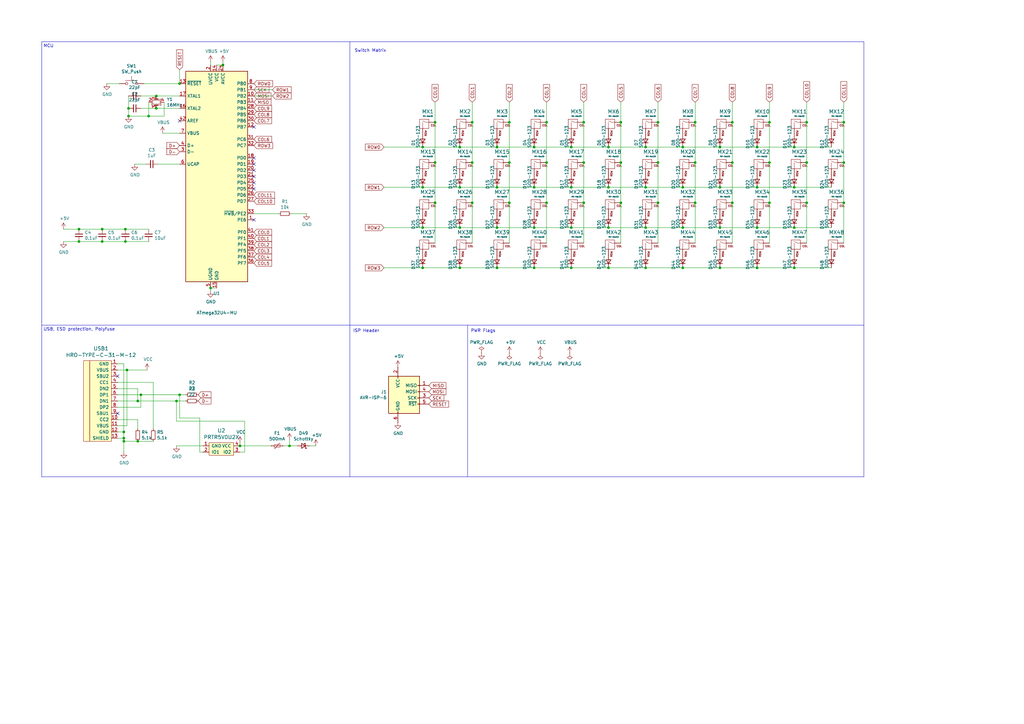
<source format=kicad_sch>
(kicad_sch (version 20230121) (generator eeschema)
  (paper "A3")
  (title_block (date "2020-03-15"))
  (junction (at 224.155 83.185))
  (junction (at 254.635 66.675))
  (junction (at 280.035 109.855))
  (junction (at 51.435 99.06))
  (junction (at 173.355 60.325))
  (junction (at 208.915 83.185))
  (junction (at 310.515 93.345))
  (junction (at 325.755 93.345))
  (junction (at 118.745 182.88))
  (junction (at 285.115 50.165))
  (junction (at 51.435 93.98))
  (junction (at 208.915 50.165))
  (junction (at 173.355 93.345))
  (junction (at 173.355 76.835))
  (junction (at 254.635 50.165))
  (junction (at 249.555 60.325))
  (junction (at 73.66 34.29))
  (junction (at 264.795 76.835))
  (junction (at 193.675 66.675))
  (junction (at 264.795 93.345))
  (junction (at 178.435 50.165))
  (junction (at 325.755 60.325))
  (junction (at 234.315 109.855))
  (junction (at 203.835 60.325))
  (junction (at 178.435 66.675))
  (junction (at 193.675 50.165))
  (junction (at 32.385 99.06))
  (junction (at 300.355 66.675))
  (junction (at 50.8 180.975))
  (junction (at 280.035 93.345))
  (junction (at 234.315 60.325))
  (junction (at 234.315 76.835))
  (junction (at 178.435 83.185))
  (junction (at 249.555 93.345))
  (junction (at 346.075 50.165))
  (junction (at 300.355 50.165))
  (junction (at 188.595 93.345))
  (junction (at 280.035 60.325))
  (junction (at 188.595 60.325))
  (junction (at 219.075 109.855))
  (junction (at 52.07 151.765))
  (junction (at 56.515 164.465))
  (junction (at 208.915 66.675))
  (junction (at 73.66 161.925))
  (junction (at 219.075 76.835))
  (junction (at 239.395 50.165))
  (junction (at 57.785 161.925))
  (junction (at 249.555 109.855))
  (junction (at 52.705 44.45))
  (junction (at 325.755 76.835))
  (junction (at 219.075 60.325))
  (junction (at 91.44 26.67))
  (junction (at 285.115 83.185))
  (junction (at 330.835 50.165))
  (junction (at 325.755 109.855))
  (junction (at 346.075 83.185))
  (junction (at 315.595 66.675))
  (junction (at 234.315 93.345))
  (junction (at 264.795 109.855))
  (junction (at 264.795 60.325))
  (junction (at 219.075 93.345))
  (junction (at 193.675 83.185))
  (junction (at 203.835 76.835))
  (junction (at 300.355 83.185))
  (junction (at 280.035 76.835))
  (junction (at 295.275 76.835))
  (junction (at 310.515 76.835))
  (junction (at 50.8 177.165))
  (junction (at 64.135 44.45))
  (junction (at 269.875 83.185))
  (junction (at 203.835 109.855))
  (junction (at 285.115 66.675))
  (junction (at 315.595 50.165))
  (junction (at 269.875 50.165))
  (junction (at 249.555 76.835))
  (junction (at 295.275 109.855))
  (junction (at 203.835 93.345))
  (junction (at 310.515 109.855))
  (junction (at 330.835 83.185))
  (junction (at 315.595 83.185))
  (junction (at 98.425 182.88))
  (junction (at 239.395 83.185))
  (junction (at 41.91 99.06))
  (junction (at 310.515 60.325))
  (junction (at 254.635 83.185))
  (junction (at 295.275 93.345))
  (junction (at 188.595 76.835))
  (junction (at 32.385 93.98))
  (junction (at 64.135 39.37))
  (junction (at 239.395 66.675))
  (junction (at 50.8 179.705))
  (junction (at 86.36 118.11))
  (junction (at 173.355 109.855))
  (junction (at 295.275 60.325))
  (junction (at 41.91 93.98))
  (junction (at 56.515 180.975))
  (junction (at 330.835 66.675))
  (junction (at 269.875 66.675))
  (junction (at 224.155 50.165))
  (junction (at 60.96 47.625))
  (junction (at 346.075 66.675))
  (junction (at 72.39 164.465))
  (junction (at 52.705 47.625))
  (junction (at 188.595 109.855))
  (junction (at 224.155 66.675))
  (no_connect (at 104.14 67.31))
  (no_connect (at 48.26 154.305))
  (no_connect (at 73.66 49.53))
  (no_connect (at 104.14 74.93))
  (no_connect (at 104.14 64.77))
  (no_connect (at 104.14 69.85))
  (no_connect (at 104.14 72.39))
  (no_connect (at 104.14 52.07))
  (no_connect (at 48.26 169.545))
  (no_connect (at 104.14 90.17))
  (no_connect (at 104.14 77.47))
  (wire (pts (xy 86.36 25.4) (xy 86.36 26.67)))
  (wire (pts (xy 330.835 83.185) (xy 330.835 99.695)))
  (wire (pts (xy 48.26 159.385) (xy 56.515 159.385)))
  (wire (pts (xy 67.31 41.91) (xy 67.31 47.625)))
  (wire (pts (xy 48.26 177.165) (xy 50.8 177.165)))
  (wire (pts (xy 26.035 99.06) (xy 32.385 99.06)))
  (wire (pts (xy 280.035 76.835) (xy 264.795 76.835)))
  (wire (pts (xy 310.515 60.325) (xy 295.275 60.325)))
  (wire (pts (xy 86.36 119.38) (xy 86.36 118.11)))
  (wire (pts (xy 269.875 83.185) (xy 269.875 99.695)))
  (wire (pts (xy 234.315 93.345) (xy 249.555 93.345)))
  (wire (pts (xy 249.555 76.835) (xy 264.795 76.835)))
  (wire (pts (xy 249.555 60.325) (xy 264.795 60.325)))
  (wire (pts (xy 50.8 149.225) (xy 48.26 149.225)))
  (wire (pts (xy 57.785 161.925) (xy 48.26 161.925)))
  (wire (pts (xy 91.44 25.4) (xy 91.44 26.67)))
  (wire (pts (xy 125.73 87.63) (xy 119.38 87.63)))
  (wire (pts (xy 269.875 66.675) (xy 269.875 83.185)))
  (wire (pts (xy 193.675 41.91) (xy 193.675 50.165)))
  (wire (pts (xy 118.745 180.34) (xy 118.745 182.88)))
  (wire (pts (xy 224.155 50.165) (xy 224.155 66.675)))
  (wire (pts (xy 188.595 60.325) (xy 173.355 60.325)))
  (wire (pts (xy 325.755 60.325) (xy 310.515 60.325)))
  (wire (pts (xy 188.595 109.855) (xy 173.355 109.855)))
  (wire (pts (xy 208.915 41.91) (xy 208.915 50.165)))
  (wire (pts (xy 208.915 83.185) (xy 208.915 99.695)))
  (wire (pts (xy 60.96 47.625) (xy 60.96 41.91)))
  (wire (pts (xy 55.245 67.31) (xy 59.69 67.31)))
  (wire (pts (xy 346.075 66.675) (xy 346.075 83.185)))
  (wire (pts (xy 50.8 180.975) (xy 50.8 185.42)))
  (wire (pts (xy 178.435 66.675) (xy 178.435 83.185)))
  (wire (pts (xy 310.515 93.345) (xy 295.275 93.345)))
  (wire (pts (xy 50.8 179.705) (xy 48.26 179.705)))
  (wire (pts (xy 72.39 164.465) (xy 56.515 164.465)))
  (wire (pts (xy 254.635 50.165) (xy 254.635 66.675)))
  (wire (pts (xy 224.155 41.91) (xy 224.155 50.165)))
  (wire (pts (xy 52.705 47.625) (xy 60.96 47.625)))
  (wire (pts (xy 76.2 164.465) (xy 72.39 164.465)))
  (wire (pts (xy 98.425 182.88) (xy 111.125 182.88)))
  (wire (pts (xy 280.035 60.325) (xy 264.795 60.325)))
  (wire (pts (xy 52.07 174.625) (xy 48.26 174.625)))
  (wire (pts (xy 104.14 36.83) (xy 111.76 36.83)))
  (wire (pts (xy 203.835 109.855) (xy 188.595 109.855)))
  (wire (pts (xy 52.07 151.765) (xy 60.325 151.765)))
  (wire (pts (xy 50.8 179.705) (xy 50.8 180.975)))
  (polyline (pts (xy 354.33 17.145) (xy 354.33 195.58)))
  (wire (pts (xy 188.595 76.835) (xy 173.355 76.835)))
  (wire (pts (xy 41.91 93.98) (xy 51.435 93.98)))
  (wire (pts (xy 346.075 41.91) (xy 346.075 50.165)))
  (wire (pts (xy 59.055 34.29) (xy 73.66 34.29)))
  (wire (pts (xy 315.595 83.185) (xy 315.595 99.695)))
  (wire (pts (xy 62.865 180.975) (xy 56.515 180.975)))
  (wire (pts (xy 203.835 93.345) (xy 188.595 93.345)))
  (wire (pts (xy 56.515 172.085) (xy 48.26 172.085)))
  (polyline (pts (xy 17.145 195.58) (xy 354.33 195.58)))
  (wire (pts (xy 193.675 66.675) (xy 193.675 83.185)))
  (wire (pts (xy 178.435 50.165) (xy 178.435 66.675)))
  (wire (pts (xy 254.635 83.185) (xy 254.635 99.695)))
  (wire (pts (xy 178.435 83.185) (xy 178.435 99.695)))
  (polyline (pts (xy 17.145 17.145) (xy 17.145 195.58)))
  (wire (pts (xy 50.8 177.165) (xy 50.8 149.225)))
  (wire (pts (xy 203.835 60.325) (xy 188.595 60.325)))
  (wire (pts (xy 295.275 93.345) (xy 280.035 93.345)))
  (wire (pts (xy 340.995 60.325) (xy 325.755 60.325)))
  (wire (pts (xy 56.515 164.465) (xy 48.26 164.465)))
  (wire (pts (xy 224.155 83.185) (xy 224.155 99.695)))
  (wire (pts (xy 300.355 50.165) (xy 300.355 66.675)))
  (wire (pts (xy 73.66 161.925) (xy 76.2 161.925)))
  (wire (pts (xy 269.875 50.165) (xy 269.875 66.675)))
  (wire (pts (xy 32.385 99.06) (xy 41.91 99.06)))
  (wire (pts (xy 41.91 99.06) (xy 51.435 99.06)))
  (wire (pts (xy 173.355 60.325) (xy 157.48 60.325)))
  (wire (pts (xy 81.915 171.45) (xy 81.915 185.42)))
  (wire (pts (xy 239.395 50.165) (xy 239.395 66.675)))
  (wire (pts (xy 285.115 50.165) (xy 285.115 66.675)))
  (wire (pts (xy 81.915 185.42) (xy 83.185 185.42)))
  (wire (pts (xy 51.435 93.98) (xy 60.96 93.98)))
  (wire (pts (xy 285.115 41.91) (xy 285.115 50.165)))
  (wire (pts (xy 121.92 182.88) (xy 118.745 182.88)))
  (wire (pts (xy 111.76 39.37) (xy 104.14 39.37)))
  (wire (pts (xy 72.39 182.88) (xy 83.185 182.88)))
  (wire (pts (xy 330.835 66.675) (xy 330.835 83.185)))
  (wire (pts (xy 62.865 175.895) (xy 62.865 156.845)))
  (wire (pts (xy 178.435 41.91) (xy 178.435 50.165)))
  (wire (pts (xy 48.26 167.005) (xy 57.785 167.005)))
  (wire (pts (xy 98.425 181.61) (xy 98.425 182.88)))
  (wire (pts (xy 330.835 41.91) (xy 330.835 50.165)))
  (wire (pts (xy 234.315 109.855) (xy 249.555 109.855)))
  (polyline (pts (xy 17.145 133.35) (xy 354.33 133.35)))
  (wire (pts (xy 73.66 171.45) (xy 81.915 171.45)))
  (wire (pts (xy 280.035 109.855) (xy 264.795 109.855)))
  (polyline (pts (xy 143.51 17.145) (xy 143.51 195.58)))
  (polyline (pts (xy 17.145 17.145) (xy 354.33 17.145)))
  (wire (pts (xy 57.785 44.45) (xy 64.135 44.45)))
  (wire (pts (xy 173.355 76.835) (xy 157.48 76.835)))
  (wire (pts (xy 73.66 28.575) (xy 73.66 34.29)))
  (wire (pts (xy 285.115 83.185) (xy 285.115 99.695)))
  (wire (pts (xy 219.075 93.345) (xy 203.835 93.345)))
  (wire (pts (xy 43.815 34.29) (xy 48.895 34.29)))
  (wire (pts (xy 234.315 93.345) (xy 219.075 93.345)))
  (wire (pts (xy 315.595 66.675) (xy 315.595 83.185)))
  (wire (pts (xy 234.315 60.325) (xy 219.075 60.325)))
  (wire (pts (xy 208.915 50.165) (xy 208.915 66.675)))
  (wire (pts (xy 224.155 66.675) (xy 224.155 83.185)))
  (wire (pts (xy 325.755 109.855) (xy 310.515 109.855)))
  (wire (pts (xy 234.315 109.855) (xy 219.075 109.855)))
  (wire (pts (xy 188.595 93.345) (xy 173.355 93.345)))
  (wire (pts (xy 52.705 44.45) (xy 52.705 47.625)))
  (wire (pts (xy 114.3 87.63) (xy 104.14 87.63)))
  (wire (pts (xy 340.995 76.835) (xy 325.755 76.835)))
  (wire (pts (xy 219.075 76.835) (xy 203.835 76.835)))
  (wire (pts (xy 300.355 66.675) (xy 300.355 83.185)))
  (wire (pts (xy 300.355 83.185) (xy 300.355 99.695)))
  (wire (pts (xy 52.07 151.765) (xy 52.07 174.625)))
  (wire (pts (xy 249.555 93.345) (xy 264.795 93.345)))
  (wire (pts (xy 32.385 93.98) (xy 41.91 93.98)))
  (wire (pts (xy 73.66 161.925) (xy 73.66 171.45)))
  (wire (pts (xy 66.675 54.61) (xy 73.66 54.61)))
  (wire (pts (xy 129.54 182.88) (xy 127 182.88)))
  (wire (pts (xy 56.515 175.895) (xy 56.515 172.085)))
  (wire (pts (xy 310.515 109.855) (xy 295.275 109.855)))
  (wire (pts (xy 64.77 67.31) (xy 73.66 67.31)))
  (wire (pts (xy 52.705 39.37) (xy 52.705 44.45)))
  (wire (pts (xy 295.275 109.855) (xy 280.035 109.855)))
  (wire (pts (xy 346.075 50.165) (xy 346.075 66.675)))
  (wire (pts (xy 193.675 83.185) (xy 193.675 99.695)))
  (wire (pts (xy 57.785 161.925) (xy 73.66 161.925)))
  (wire (pts (xy 254.635 66.675) (xy 254.635 83.185)))
  (wire (pts (xy 239.395 83.185) (xy 239.395 99.695)))
  (wire (pts (xy 100.33 185.42) (xy 98.425 185.42)))
  (wire (pts (xy 340.995 93.345) (xy 325.755 93.345)))
  (wire (pts (xy 86.36 118.11) (xy 88.9 118.11)))
  (wire (pts (xy 249.555 109.855) (xy 264.795 109.855)))
  (wire (pts (xy 340.995 109.855) (xy 325.755 109.855)))
  (wire (pts (xy 310.515 76.835) (xy 295.275 76.835)))
  (wire (pts (xy 254.635 41.91) (xy 254.635 50.165)))
  (wire (pts (xy 300.355 41.91) (xy 300.355 50.165)))
  (wire (pts (xy 64.135 39.37) (xy 57.785 39.37)))
  (wire (pts (xy 67.31 47.625) (xy 60.96 47.625)))
  (wire (pts (xy 234.315 60.325) (xy 249.555 60.325)))
  (wire (pts (xy 325.755 93.345) (xy 310.515 93.345)))
  (wire (pts (xy 100.33 172.72) (xy 100.33 185.42)))
  (wire (pts (xy 239.395 66.675) (xy 239.395 83.185)))
  (wire (pts (xy 48.26 151.765) (xy 52.07 151.765)))
  (wire (pts (xy 62.865 156.845) (xy 48.26 156.845)))
  (wire (pts (xy 219.075 60.325) (xy 203.835 60.325)))
  (wire (pts (xy 208.915 66.675) (xy 208.915 83.185)))
  (wire (pts (xy 295.275 60.325) (xy 280.035 60.325)))
  (wire (pts (xy 234.315 76.835) (xy 249.555 76.835)))
  (wire (pts (xy 315.595 50.165) (xy 315.595 66.675)))
  (wire (pts (xy 280.035 93.345) (xy 264.795 93.345)))
  (wire (pts (xy 73.66 44.45) (xy 64.135 44.45)))
  (wire (pts (xy 239.395 41.91) (xy 239.395 50.165)))
  (wire (pts (xy 203.835 76.835) (xy 188.595 76.835)))
  (wire (pts (xy 234.315 76.835) (xy 219.075 76.835)))
  (wire (pts (xy 173.355 109.855) (xy 157.48 109.855)))
  (wire (pts (xy 57.785 167.005) (xy 57.785 161.925)))
  (wire (pts (xy 51.435 99.06) (xy 60.96 99.06)))
  (wire (pts (xy 72.39 172.72) (xy 100.33 172.72)))
  (wire (pts (xy 64.135 39.37) (xy 73.66 39.37)))
  (wire (pts (xy 26.035 93.98) (xy 32.385 93.98)))
  (wire (pts (xy 285.115 66.675) (xy 285.115 83.185)))
  (wire (pts (xy 118.745 182.88) (xy 116.205 182.88)))
  (wire (pts (xy 88.9 26.67) (xy 91.44 26.67)))
  (wire (pts (xy 295.275 76.835) (xy 280.035 76.835)))
  (wire (pts (xy 315.595 41.91) (xy 315.595 50.165)))
  (wire (pts (xy 346.075 83.185) (xy 346.075 99.695)))
  (wire (pts (xy 56.515 159.385) (xy 56.515 164.465)))
  (wire (pts (xy 325.755 76.835) (xy 310.515 76.835)))
  (wire (pts (xy 50.8 177.165) (xy 50.8 179.705)))
  (wire (pts (xy 330.835 50.165) (xy 330.835 66.675)))
  (wire (pts (xy 219.075 109.855) (xy 203.835 109.855)))
  (wire (pts (xy 269.875 41.91) (xy 269.875 50.165)))
  (wire (pts (xy 193.675 50.165) (xy 193.675 66.675)))
  (wire (pts (xy 56.515 180.975) (xy 50.8 180.975)))
  (wire (pts (xy 173.355 93.345) (xy 157.48 93.345)))
  (polyline (pts (xy 191.77 133.35) (xy 191.77 195.58)))
  (wire (pts (xy 72.39 164.465) (xy 72.39 172.72)))
  (text "Switch Matrix\n" (at 145.415 21.59 0) (effects (font (size 1.27 1.27)) (justify left bottom)))
  (text "PWR Flags" (at 193.04 136.525 0) (effects (font (size 1.27 1.27)) (justify left bottom)))
  (text "USB, ESD protection, Polyfuse" (at 17.78 135.89 0) (effects (font (size 1.27 1.27)) (justify left bottom)))
  (text "ISP Header\n" (at 144.78 136.525 0) (effects (font (size 1.27 1.27)) (justify left bottom)))
  (text "MCU\n" (at 17.78 19.685 0) (effects (font (size 1.27 1.27)) (justify left bottom)))
  (global_label "COL0" (shape input) (at 178.435 41.91 90) (property "Intersheetrefs" "${INTERSHEET_REFS}" (effects hide)))
  (global_label "COL5" (shape input) (at 254.635 41.91 90) (property "Intersheetrefs" "${INTERSHEET_REFS}" (effects hide)))
  (global_label "SCK" (shape input) (at 175.895 163.195 0) (property "Intersheetrefs" "${INTERSHEET_REFS}" (effects hide)))
  (global_label "COL11" (shape input) (at 346.075 41.91 90) (property "Intersheetrefs" "${INTERSHEET_REFS}" (effects hide)))
  (global_label "SCK" (shape input) (at 104.14 36.83 0) (property "Intersheetrefs" "${INTERSHEET_REFS}" (effects hide)))
  (global_label "D+" (shape input) (at 81.28 161.925 0) (property "Intersheetrefs" "${INTERSHEET_REFS}" (effects hide)))
  (global_label "COL2" (shape input) (at 208.915 41.91 90) (property "Intersheetrefs" "${INTERSHEET_REFS}" (effects hide)))
  (global_label "MOSI" (shape input) (at 104.14 39.37 0) (property "Intersheetrefs" "${INTERSHEET_REFS}" (effects hide)))
  (global_label "ROW0" (shape input) (at 157.48 60.325 180) (property "Intersheetrefs" "${INTERSHEET_REFS}" (effects hide)))
  (global_label "ROW3" (shape input) (at 104.14 59.69 0) (property "Intersheetrefs" "${INTERSHEET_REFS}" (effects hide)))
  (global_label "MOSI" (shape input) (at 175.895 160.655 0) (property "Intersheetrefs" "${INTERSHEET_REFS}" (effects hide)))
  (global_label "COL10" (shape input) (at 330.835 41.91 90) (property "Intersheetrefs" "${INTERSHEET_REFS}" (effects hide)))
  (global_label "ROW3" (shape input) (at 157.48 109.855 180) (property "Intersheetrefs" "${INTERSHEET_REFS}" (effects hide)))
  (global_label "D+" (shape input) (at 73.66 59.69 180) (property "Intersheetrefs" "${INTERSHEET_REFS}" (effects hide)))
  (global_label "COL3" (shape input) (at 224.155 41.91 90) (property "Intersheetrefs" "${INTERSHEET_REFS}" (effects hide)))
  (global_label "COL5" (shape input) (at 104.14 107.95 0) (property "Intersheetrefs" "${INTERSHEET_REFS}" (effects hide)))
  (global_label "COL4" (shape input) (at 239.395 41.91 90) (property "Intersheetrefs" "${INTERSHEET_REFS}" (effects hide)))
  (global_label "D-" (shape input) (at 81.28 164.465 0) (property "Intersheetrefs" "${INTERSHEET_REFS}" (effects hide)))
  (global_label "COL4" (shape input) (at 104.14 105.41 0) (property "Intersheetrefs" "${INTERSHEET_REFS}" (effects hide)))
  (global_label "COL11" (shape input) (at 104.14 80.01 0) (property "Intersheetrefs" "${INTERSHEET_REFS}" (effects hide)))
  (global_label "COL2" (shape input) (at 104.14 100.33 0) (property "Intersheetrefs" "${INTERSHEET_REFS}" (effects hide)))
  (global_label "COL8" (shape input) (at 300.355 41.91 90) (property "Intersheetrefs" "${INTERSHEET_REFS}" (effects hide)))
  (global_label "ROW1" (shape input) (at 111.76 36.83 0) (property "Intersheetrefs" "${INTERSHEET_REFS}" (effects hide)))
  (global_label "COL7" (shape input) (at 104.14 49.53 0) (property "Intersheetrefs" "${INTERSHEET_REFS}" (effects hide)))
  (global_label "COL10" (shape input) (at 104.14 82.55 0) (property "Intersheetrefs" "${INTERSHEET_REFS}" (effects hide)))
  (global_label "ROW2" (shape input) (at 157.48 93.345 180) (property "Intersheetrefs" "${INTERSHEET_REFS}" (effects hide)))
  (global_label "COL1" (shape input) (at 193.675 41.91 90) (property "Intersheetrefs" "${INTERSHEET_REFS}" (effects hide)))
  (global_label "RESET" (shape input) (at 73.66 28.575 90) (property "Intersheetrefs" "${INTERSHEET_REFS}" (effects hide)))
  (global_label "COL6" (shape input) (at 104.14 57.15 0) (property "Intersheetrefs" "${INTERSHEET_REFS}" (effects hide)))
  (global_label "MISO" (shape input) (at 175.895 158.115 0) (property "Intersheetrefs" "${INTERSHEET_REFS}" (effects hide)))
  (global_label "COL9" (shape input) (at 104.14 44.45 0) (property "Intersheetrefs" "${INTERSHEET_REFS}" (effects hide)))
  (global_label "COL8" (shape input) (at 104.14 46.99 0) (property "Intersheetrefs" "${INTERSHEET_REFS}" (effects hide)))
  (global_label "D-" (shape input) (at 73.66 62.23 180) (property "Intersheetrefs" "${INTERSHEET_REFS}" (effects hide)))
  (global_label "RESET" (shape input) (at 175.895 165.735 0) (property "Intersheetrefs" "${INTERSHEET_REFS}" (effects hide)))
  (global_label "ROW2" (shape input) (at 111.76 39.37 0) (property "Intersheetrefs" "${INTERSHEET_REFS}" (effects hide)))
  (global_label "COL3" (shape input) (at 104.14 102.87 0) (property "Intersheetrefs" "${INTERSHEET_REFS}" (effects hide)))
  (global_label "MISO" (shape input) (at 104.14 41.91 0) (property "Intersheetrefs" "${INTERSHEET_REFS}" (effects hide)))
  (global_label "ROW1" (shape input) (at 157.48 76.835 180) (property "Intersheetrefs" "${INTERSHEET_REFS}" (effects hide)))
  (global_label "COL1" (shape input) (at 104.14 97.79 0) (property "Intersheetrefs" "${INTERSHEET_REFS}" (effects hide)))
  (global_label "COL0" (shape input) (at 104.14 95.25 0) (property "Intersheetrefs" "${INTERSHEET_REFS}" (effects hide)))
  (global_label "COL6" (shape input) (at 269.875 41.91 90) (property "Intersheetrefs" "${INTERSHEET_REFS}" (effects hide)))
  (global_label "COL7" (shape input) (at 285.115 41.91 90) (property "Intersheetrefs" "${INTERSHEET_REFS}" (effects hide)))
  (global_label "COL9" (shape input) (at 315.595 41.91 90) (property "Intersheetrefs" "${INTERSHEET_REFS}" (effects hide)))
  (global_label "ROW0" (shape input) (at 104.14 34.29 0) (property "Intersheetrefs" "${INTERSHEET_REFS}" (effects hide)))
  (symbol (lib_id "cornelius-rescue:ATmega32U4-MU-MCU_Microchip_ATmega-Orbit-rescue-corne-plus-rescue") (at 88.9 72.39 0) (unit 1)
    (property "Reference" "U1" (at 88.9 120.2944 0))
    (property "Value" "ATmega32U4-MU" (at 88.9 128.27 0))
    (property "Footprint" "Housings_DFN_QFN:QFN-44-1EP_7x7mm_Pitch0.5mm" (effects hide))
    (property "Datasheet" "http://ww1.microchip.com/downloads/en/DeviceDoc/Atmel-7766-8-bit-AVR-ATmega16U4-32U4_Datasheet.pdf" (effects hide))
  )
  (symbol (lib_id "power:+5V") (at 91.44 25.4 0) (unit 1)
    (property "Reference" "#PWR02" (effects hide))
    (property "Value" "+5V" (at 91.821 21.0058 0))
  )
  (symbol (lib_id "power:GND") (at 86.36 119.38 0) (unit 1)
    (property "Reference" "#PWR010" (effects hide))
    (property "Value" "GND" (at 86.487 123.7742 0))
  )
  (symbol (lib_id "Device:R_Small") (at 116.84 87.63 270) (unit 1)
    (property "Reference" "R1" (at 116.84 82.6516 90))
    (property "Value" "10k" (at 116.84 84.963 90))
    (property "Footprint" "Resistor_SMD:R_0805_2012Metric" (effects hide))
  )
  (symbol (lib_id "power:GND") (at 125.73 87.63 0) (unit 1)
    (property "Reference" "#PWR07" (effects hide))
    (property "Value" "GND" (at 125.857 92.0242 0))
  )
  (symbol (lib_id "Switch:SW_Push") (at 53.975 34.29 0) (unit 1)
    (property "Reference" "SW1" (at 53.975 27.051 0))
    (property "Value" "SW_Push" (at 53.975 29.3624 0))
    (property "Footprint" "locallib:SKQGADE010" (effects hide))
  )
  (symbol (lib_id "power:GND") (at 43.815 34.29 0) (unit 1)
    (property "Reference" "#PWR03" (effects hide))
    (property "Value" "GND" (at 43.942 38.6842 0))
  )
  (symbol (lib_id "cornelius-rescue:Crystal_GND24_Small-Device-Orbit-rescue-corne-plus-rescue") (at 64.135 41.91 270) (unit 1)
    (property "Reference" "Y1" (at 68.3514 40.7416 90) (effects (justify left)))
    (property "Value" "16MHz" (at 68.3514 43.053 90) (effects (justify left)))
    (property "Footprint" "Crystal:Crystal_SMD_3225-4Pin_3.2x2.5mm" (effects hide))
  )
  (symbol (lib_id "Device:C_Small") (at 55.245 39.37 270) (unit 1)
    (property "Reference" "C1" (at 55.245 33.5534 90))
    (property "Value" "22pF" (at 55.245 35.8648 90))
    (property "Footprint" "Capacitor_SMD:C_0603_1608Metric" (effects hide))
  )
  (symbol (lib_id "Device:C_Small") (at 55.245 44.45 270) (unit 1)
    (property "Reference" "C2" (at 55.245 38.6334 90))
    (property "Value" "22pF" (at 55.245 40.9448 90))
    (property "Footprint" "Capacitor_SMD:C_0603_1608Metric" (effects hide))
  )
  (symbol (lib_id "power:GND") (at 52.705 47.625 0) (unit 1)
    (property "Reference" "#PWR04" (effects hide))
    (property "Value" "GND" (at 52.832 52.0192 0))
  )
  (symbol (lib_id "Device:C_Small") (at 62.23 67.31 270) (unit 1)
    (property "Reference" "C3" (at 62.23 61.4934 90))
    (property "Value" "1uF" (at 62.23 63.8048 90))
    (property "Footprint" "Capacitor_SMD:C_0603_1608Metric" (effects hide))
  )
  (symbol (lib_id "power:GND") (at 55.245 67.31 0) (unit 1)
    (property "Reference" "#PWR06" (effects hide))
    (property "Value" "GND" (at 55.372 71.7042 0))
  )
  (symbol (lib_id "Device:C_Small") (at 32.385 96.52 0) (unit 1)
    (property "Reference" "C4" (at 34.7218 95.3516 0) (effects (justify left)))
    (property "Value" "0.1uF" (at 34.7218 97.663 0) (effects (justify left)))
    (property "Footprint" "Capacitor_SMD:C_0603_1608Metric" (effects hide))
  )
  (symbol (lib_id "Device:C_Small") (at 41.91 96.52 0) (unit 1)
    (property "Reference" "C5" (at 44.2468 95.3516 0) (effects (justify left)))
    (property "Value" "0.1uF" (at 44.2468 97.663 0) (effects (justify left)))
    (property "Footprint" "Capacitor_SMD:C_0603_1608Metric" (effects hide))
  )
  (symbol (lib_id "Device:C_Small") (at 51.435 96.52 0) (unit 1)
    (property "Reference" "C6" (at 53.7718 95.3516 0) (effects (justify left)))
    (property "Value" "0.1uF" (at 53.7718 97.663 0) (effects (justify left)))
    (property "Footprint" "Capacitor_SMD:C_0603_1608Metric" (effects hide))
  )
  (symbol (lib_id "Device:C_Small") (at 60.96 96.52 0) (unit 1)
    (property "Reference" "C7" (at 63.2968 95.3516 0) (effects (justify left)))
    (property "Value" "10uF" (at 63.2968 97.663 0) (effects (justify left)))
    (property "Footprint" "Capacitor_SMD:C_0603_1608Metric" (effects hide))
  )
  (symbol (lib_id "power:+5V") (at 26.035 93.98 0) (unit 1)
    (property "Reference" "#PWR08" (effects hide))
    (property "Value" "+5V" (at 26.416 89.5858 0))
  )
  (symbol (lib_id "power:GND") (at 26.035 99.06 0) (unit 1)
    (property "Reference" "#PWR09" (effects hide))
    (property "Value" "GND" (at 26.162 103.4542 0))
  )
  (symbol (lib_id "cornelius-rescue:AVR-ISP-6-Connector") (at 165.735 163.195 0) (unit 1)
    (property "Reference" "J1" (at 158.623 160.7566 0) (effects (justify right)))
    (property "Value" "AVR-ISP-6" (at 158.623 163.068 0) (effects (justify right)))
    (property "Footprint" "Molex-0548190589:Reset_Pretty-Mask" (effects hide))
    (property "Datasheet" " ~" (effects hide))
  )
  (symbol (lib_id "power:+5V") (at 163.195 150.495 0) (unit 1)
    (property "Reference" "#PWR015" (effects hide))
    (property "Value" "+5V" (at 163.576 146.1008 0))
  )
  (symbol (lib_id "power:GND") (at 163.195 173.355 0) (unit 1)
    (property "Reference" "#PWR017" (effects hide))
    (property "Value" "GND" (at 163.322 177.7492 0))
  )
  (symbol (lib_id "cornelius-rescue:HRO-TYPE-C-31-M-12-Type-C") (at 45.72 163.195 0) (unit 1)
    (property "Reference" "USB1" (at 41.4274 142.9512 0) (effects (font (size 1.524 1.524))))
    (property "Value" "HRO-TYPE-C-31-M-12" (at 41.4274 145.6436 0) (effects (font (size 1.524 1.524))))
    (property "Footprint" "Type-C:HRO-TYPE-C-31-M-12-Assembly" (effects hide))
  )
  (symbol (lib_id "power:GND") (at 50.8 185.42 0) (unit 1)
    (property "Reference" "#PWR022" (effects hide))
    (property "Value" "GND" (at 50.927 189.8142 0))
  )
  (symbol (lib_id "power:VCC") (at 60.325 151.765 0) (unit 1)
    (property "Reference" "#PWR016" (effects hide))
    (property "Value" "VCC" (at 60.7568 147.3708 0))
  )
  (symbol (lib_id "Device:R_Small") (at 56.515 178.435 0) (unit 1)
    (property "Reference" "R4" (at 58.0136 177.2666 0) (effects (justify left)))
    (property "Value" "5.1k" (at 58.0136 179.578 0) (effects (justify left)))
    (property "Footprint" "Resistor_SMD:R_0805_2012Metric" (effects hide))
  )
  (symbol (lib_id "Device:R_Small") (at 62.865 178.435 0) (unit 1)
    (property "Reference" "R5" (at 64.3636 177.2666 0) (effects (justify left)))
    (property "Value" "5.1k" (at 64.3636 179.578 0) (effects (justify left)))
    (property "Footprint" "Resistor_SMD:R_0805_2012Metric" (effects hide))
  )
  (symbol (lib_id "Device:R_Small") (at 78.74 161.925 270) (unit 1)
    (property "Reference" "R2" (at 78.74 156.9466 90))
    (property "Value" "22" (at 78.74 159.258 90))
    (property "Footprint" "Resistor_SMD:R_0805_2012Metric" (effects hide))
  )
  (symbol (lib_id "Device:R_Small") (at 78.74 164.465 270) (unit 1)
    (property "Reference" "R3" (at 78.74 159.4866 90))
    (property "Value" "22" (at 78.74 161.798 90))
    (property "Footprint" "Resistor_SMD:R_0805_2012Metric" (effects hide))
  )
  (symbol (lib_id "cornelius-rescue:PRTR5V0U2X-ai03-locallib") (at 90.805 184.15 0) (unit 1)
    (property "Reference" "U2" (at 90.805 176.6062 0) (effects (font (size 1.524 1.524))))
    (property "Value" "PRTR5V0U2X" (at 90.805 179.2986 0) (effects (font (size 1.524 1.524))))
    (property "Footprint" "locallib:SOT143B" (effects hide))
  )
  (symbol (lib_id "power:GND") (at 72.39 182.88 0) (unit 1)
    (property "Reference" "#PWR020" (effects hide))
    (property "Value" "GND" (at 72.517 187.2742 0))
  )
  (symbol (lib_id "power:VCC") (at 98.425 181.61 0) (unit 1)
    (property "Reference" "#PWR019" (effects hide))
    (property "Value" "VCC" (at 98.8568 177.2158 0))
  )
  (symbol (lib_id "Device:Polyfuse_Small") (at 113.665 182.88 270) (unit 1)
    (property "Reference" "F1" (at 113.665 177.673 90))
    (property "Value" "500mA" (at 113.665 179.9844 90))
    (property "Footprint" "Fuse:Fuse_1206_3216Metric" (effects hide))
  )
  (symbol (lib_id "power:+5V") (at 129.54 182.88 0) (unit 1)
    (property "Reference" "#PWR021" (effects hide))
    (property "Value" "+5V" (at 129.921 178.4858 0))
  )
  (symbol (lib_id "Device:D_Small") (at 173.355 57.785 90) (unit 1)
    (property "Reference" "D1" (at 169.545 57.15 0) (effects (justify right)))
    (property "Value" "SOD-123" (at 171.45 51.435 0) (effects (justify right)))
    (property "Footprint" "Diode_SMD:D_SOD-123" (effects hide))
  )
  (symbol (lib_id "power:VBUS") (at 86.36 25.4 0) (unit 1)
    (property "Reference" "#PWR01" (effects hide))
    (property "Value" "VBUS" (at 86.741 21.0058 0))
  )
  (symbol (lib_id "power:VBUS") (at 66.675 54.61 0) (unit 1)
    (property "Reference" "#PWR05" (effects hide))
    (property "Value" "VBUS" (at 67.056 50.2158 0))
  )
  (symbol (lib_id "Device:D_Schottky_Small") (at 124.46 182.88 180) (unit 1)
    (property "Reference" "D49" (at 124.46 177.673 0))
    (property "Value" "Schottky" (at 124.46 179.9844 0))
    (property "Footprint" "Diode_SMD:D_SOD-123" (effects hide))
  )
  (symbol (lib_id "power:VBUS") (at 118.745 180.34 0) (unit 1)
    (property "Reference" "#PWR018" (effects hide))
    (property "Value" "VBUS" (at 119.126 175.9458 0))
  )
  (symbol (lib_id "MX_Alps_Hybrid:MX-NoLED") (at 174.625 100.965 0) (unit 1)
    (property "Reference" "MX37" (at 175.4632 95.3008 0) (effects (font (size 1.524 1.524))))
    (property "Value" "MX-NoLED" (at 175.4632 97.1804 0) (effects (font (size 0.508 0.508))))
    (property "Footprint" "MX_Only:MXOnly-1U-Hotswap" (effects hide))
  )
  (symbol (lib_id "MX_Alps_Hybrid:MX-NoLED") (at 189.865 100.965 0) (unit 1)
    (property "Reference" "MX38" (at 190.7032 95.3008 0) (effects (font (size 1.524 1.524))))
    (property "Value" "MX-NoLED" (at 190.7032 97.1804 0) (effects (font (size 0.508 0.508))))
    (property "Footprint" "MX_Only:MXOnly-1U-Hotswap" (effects hide))
  )
  (symbol (lib_id "MX_Alps_Hybrid:MX-NoLED") (at 205.105 100.965 0) (unit 1)
    (property "Reference" "MX39" (at 205.9432 95.3008 0) (effects (font (size 1.524 1.524))))
    (property "Value" "MX-NoLED" (at 205.9432 97.1804 0) (effects (font (size 0.508 0.508))))
    (property "Footprint" "MX_Only:MXOnly-1U-Hotswap" (effects hide))
  )
  (symbol (lib_id "Device:D_Small") (at 173.355 107.315 90) (unit 1)
    (property "Reference" "D37" (at 169.545 106.68 0) (effects (justify right)))
    (property "Value" "SOD-123" (at 171.45 100.965 0) (effects (justify right)))
    (property "Footprint" "Diode_SMD:D_SOD-123" (effects hide))
  )
  (symbol (lib_id "Device:D_Small") (at 188.595 107.315 90) (unit 1)
    (property "Reference" "D38" (at 184.785 106.68 0) (effects (justify right)))
    (property "Value" "SOD-123" (at 186.69 100.965 0) (effects (justify right)))
    (property "Footprint" "Diode_SMD:D_SOD-123" (effects hide))
  )
  (symbol (lib_id "Device:D_Small") (at 203.835 107.315 90) (unit 1)
    (property "Reference" "D39" (at 200.025 106.68 0) (effects (justify right)))
    (property "Value" "SOD-123" (at 201.93 100.965 0) (effects (justify right)))
    (property "Footprint" "Diode_SMD:D_SOD-123" (effects hide))
  )
  (symbol (lib_id "Device:D_Small") (at 264.795 57.785 90) (unit 1)
    (property "Reference" "D7" (at 260.985 57.15 0) (effects (justify right)))
    (property "Value" "SOD-123" (at 262.89 51.435 0) (effects (justify right)))
    (property "Footprint" "Diode_SMD:D_SOD-123" (effects hide))
  )
  (symbol (lib_id "MX_Alps_Hybrid:MX-NoLED") (at 266.065 51.435 0) (unit 1)
    (property "Reference" "MX7" (at 266.9032 45.7708 0) (effects (font (size 1.524 1.524))))
    (property "Value" "MX-NoLED" (at 266.9032 47.6504 0) (effects (font (size 0.508 0.508))))
    (property "Footprint" "MX_Only:MXOnly-1U-Hotswap" (effects hide))
  )
  (symbol (lib_id "Device:D_Small") (at 280.035 57.785 90) (unit 1)
    (property "Reference" "D8" (at 276.225 57.15 0) (effects (justify right)))
    (property "Value" "SOD-123" (at 278.13 51.435 0) (effects (justify right)))
    (property "Footprint" "Diode_SMD:D_SOD-123" (effects hide))
  )
  (symbol (lib_id "MX_Alps_Hybrid:MX-NoLED") (at 281.305 51.435 0) (unit 1)
    (property "Reference" "MX8" (at 282.1432 45.7708 0) (effects (font (size 1.524 1.524))))
    (property "Value" "MX-NoLED" (at 282.1432 47.6504 0) (effects (font (size 0.508 0.508))))
    (property "Footprint" "MX_Only:MXOnly-1U-Hotswap" (effects hide))
  )
  (symbol (lib_id "Device:D_Small") (at 295.275 57.785 90) (unit 1)
    (property "Reference" "D9" (at 291.465 57.15 0) (effects (justify right)))
    (property "Value" "SOD-123" (at 293.37 51.435 0) (effects (justify right)))
    (property "Footprint" "Diode_SMD:D_SOD-123" (effects hide))
  )
  (symbol (lib_id "MX_Alps_Hybrid:MX-NoLED") (at 296.545 51.435 0) (unit 1)
    (property "Reference" "MX9" (at 297.3832 45.7708 0) (effects (font (size 1.524 1.524))))
    (property "Value" "MX-NoLED" (at 297.3832 47.6504 0) (effects (font (size 0.508 0.508))))
    (property "Footprint" "MX_Only:MXOnly-1U-Hotswap" (effects hide))
  )
  (symbol (lib_id "Device:D_Small") (at 310.515 57.785 90) (unit 1)
    (property "Reference" "D10" (at 306.705 57.15 0) (effects (justify right)))
    (property "Value" "SOD-123" (at 308.61 51.435 0) (effects (justify right)))
    (property "Footprint" "Diode_SMD:D_SOD-123" (effects hide))
  )
  (symbol (lib_id "MX_Alps_Hybrid:MX-NoLED") (at 311.785 51.435 0) (unit 1)
    (property "Reference" "MX10" (at 312.6232 45.7708 0) (effects (font (size 1.524 1.524))))
    (property "Value" "MX-NoLED" (at 312.6232 47.6504 0) (effects (font (size 0.508 0.508))))
    (property "Footprint" "MX_Only:MXOnly-1U-Hotswap" (effects hide))
  )
  (symbol (lib_id "Device:D_Small") (at 325.755 57.785 90) (unit 1)
    (property "Reference" "D11" (at 321.945 57.15 0) (effects (justify right)))
    (property "Value" "SOD-123" (at 323.85 51.435 0) (effects (justify right)))
    (property "Footprint" "Diode_SMD:D_SOD-123" (effects hide))
  )
  (symbol (lib_id "MX_Alps_Hybrid:MX-NoLED") (at 327.025 51.435 0) (unit 1)
    (property "Reference" "MX11" (at 327.8632 45.7708 0) (effects (font (size 1.524 1.524))))
    (property "Value" "MX-NoLED" (at 327.8632 47.6504 0) (effects (font (size 0.508 0.508))))
    (property "Footprint" "MX_Only:MXOnly-1U-Hotswap" (effects hide))
  )
  (symbol (lib_id "Device:D_Small") (at 340.995 57.785 90) (unit 1)
    (property "Reference" "D12" (at 337.185 57.15 0) (effects (justify right)))
    (property "Value" "SOD-123" (at 339.09 51.435 0) (effects (justify right)))
    (property "Footprint" "Diode_SMD:D_SOD-123" (effects hide))
  )
  (symbol (lib_id "MX_Alps_Hybrid:MX-NoLED") (at 342.265 51.435 0) (unit 1)
    (property "Reference" "MX12" (at 343.1032 45.7708 0) (effects (font (size 1.524 1.524))))
    (property "Value" "MX-NoLED" (at 343.1032 47.6504 0) (effects (font (size 0.508 0.508))))
    (property "Footprint" "MX_Only:MXOnly-1U-Hotswap" (effects hide))
  )
  (symbol (lib_id "Device:D_Small") (at 264.795 74.295 90) (unit 1)
    (property "Reference" "D19" (at 260.985 73.66 0) (effects (justify right)))
    (property "Value" "SOD-123" (at 262.89 67.945 0) (effects (justify right)))
    (property "Footprint" "Diode_SMD:D_SOD-123" (effects hide))
  )
  (symbol (lib_id "MX_Alps_Hybrid:MX-NoLED") (at 266.065 67.945 0) (unit 1)
    (property "Reference" "MX19" (at 266.9032 62.2808 0) (effects (font (size 1.524 1.524))))
    (property "Value" "MX-NoLED" (at 266.9032 64.1604 0) (effects (font (size 0.508 0.508))))
    (property "Footprint" "MX_Only:MXOnly-1U-Hotswap" (effects hide))
  )
  (symbol (lib_id "Device:D_Small") (at 280.035 74.295 90) (unit 1)
    (property "Reference" "D20" (at 276.225 73.66 0) (effects (justify right)))
    (property "Value" "SOD-123" (at 278.13 67.945 0) (effects (justify right)))
    (property "Footprint" "Diode_SMD:D_SOD-123" (effects hide))
  )
  (symbol (lib_id "MX_Alps_Hybrid:MX-NoLED") (at 281.305 67.945 0) (unit 1)
    (property "Reference" "MX20" (at 282.1432 62.2808 0) (effects (font (size 1.524 1.524))))
    (property "Value" "MX-NoLED" (at 282.1432 64.1604 0) (effects (font (size 0.508 0.508))))
    (property "Footprint" "MX_Only:MXOnly-1U-Hotswap" (effects hide))
  )
  (symbol (lib_id "Device:D_Small") (at 295.275 74.295 90) (unit 1)
    (property "Reference" "D21" (at 291.465 73.66 0) (effects (justify right)))
    (property "Value" "SOD-123" (at 293.37 67.945 0) (effects (justify right)))
    (property "Footprint" "Diode_SMD:D_SOD-123" (effects hide))
  )
  (symbol (lib_id "MX_Alps_Hybrid:MX-NoLED") (at 296.545 67.945 0) (unit 1)
    (property "Reference" "MX21" (at 297.3832 62.2808 0) (effects (font (size 1.524 1.524))))
    (property "Value" "MX-NoLED" (at 297.3832 64.1604 0) (effects (font (size 0.508 0.508))))
    (property "Footprint" "MX_Only:MXOnly-1U-Hotswap" (effects hide))
  )
  (symbol (lib_id "Device:D_Small") (at 310.515 74.295 90) (unit 1)
    (property "Reference" "D22" (at 306.705 73.66 0) (effects (justify right)))
    (property "Value" "SOD-123" (at 308.61 67.945 0) (effects (justify right)))
    (property "Footprint" "Diode_SMD:D_SOD-123" (effects hide))
  )
  (symbol (lib_id "MX_Alps_Hybrid:MX-NoLED") (at 311.785 67.945 0) (unit 1)
    (property "Reference" "MX22" (at 312.6232 62.2808 0) (effects (font (size 1.524 1.524))))
    (property "Value" "MX-NoLED" (at 312.6232 64.1604 0) (effects (font (size 0.508 0.508))))
    (property "Footprint" "MX_Only:MXOnly-1U-Hotswap" (effects hide))
  )
  (symbol (lib_id "Device:D_Small") (at 325.755 74.295 90) (unit 1)
    (property "Reference" "D23" (at 321.945 73.66 0) (effects (justify right)))
    (property "Value" "SOD-123" (at 323.85 67.945 0) (effects (justify right)))
    (property "Footprint" "Diode_SMD:D_SOD-123" (effects hide))
  )
  (symbol (lib_id "MX_Alps_Hybrid:MX-NoLED") (at 327.025 67.945 0) (unit 1)
    (property "Reference" "MX23" (at 327.8632 62.2808 0) (effects (font (size 1.524 1.524))))
    (property "Value" "MX-NoLED" (at 327.8632 64.1604 0) (effects (font (size 0.508 0.508))))
    (property "Footprint" "MX_Only:MXOnly-1U-Hotswap" (effects hide))
  )
  (symbol (lib_id "Device:D_Small") (at 340.995 74.295 90) (unit 1)
    (property "Reference" "D24" (at 337.185 73.66 0) (effects (justify right)))
    (property "Value" "SOD-123" (at 339.09 67.945 0) (effects (justify right)))
    (property "Footprint" "Diode_SMD:D_SOD-123" (effects hide))
  )
  (symbol (lib_id "MX_Alps_Hybrid:MX-NoLED") (at 342.265 67.945 0) (unit 1)
    (property "Reference" "MX24" (at 343.1032 62.2808 0) (effects (font (size 1.524 1.524))))
    (property "Value" "MX-NoLED" (at 343.1032 64.1604 0) (effects (font (size 0.508 0.508))))
    (property "Footprint" "MX_Only:MXOnly-1U-Hotswap" (effects hide))
  )
  (symbol (lib_id "Device:D_Small") (at 264.795 90.805 90) (unit 1)
    (property "Reference" "D31" (at 260.985 90.17 0) (effects (justify right)))
    (property "Value" "SOD-123" (at 262.89 84.455 0) (effects (justify right)))
    (property "Footprint" "Diode_SMD:D_SOD-123" (effects hide))
  )
  (symbol (lib_id "MX_Alps_Hybrid:MX-NoLED") (at 266.065 84.455 0) (unit 1)
    (property "Reference" "MX31" (at 266.9032 78.7908 0) (effects (font (size 1.524 1.524))))
    (property "Value" "MX-NoLED" (at 266.9032 80.6704 0) (effects (font (size 0.508 0.508))))
    (property "Footprint" "MX_Only:MXOnly-1U-Hotswap" (effects hide))
  )
  (symbol (lib_id "Device:D_Small") (at 280.035 90.805 90) (unit 1)
    (property "Reference" "D32" (at 276.225 90.17 0) (effects (justify right)))
    (property "Value" "SOD-123" (at 278.13 84.455 0) (effects (justify right)))
    (property "Footprint" "Diode_SMD:D_SOD-123" (effects hide))
  )
  (symbol (lib_id "MX_Alps_Hybrid:MX-NoLED") (at 281.305 84.455 0) (unit 1)
    (property "Reference" "MX32" (at 282.1432 78.7908 0) (effects (font (size 1.524 1.524))))
    (property "Value" "MX-NoLED" (at 282.1432 80.6704 0) (effects (font (size 0.508 0.508))))
    (property "Footprint" "MX_Only:MXOnly-1U-Hotswap" (effects hide))
  )
  (symbol (lib_id "Device:D_Small") (at 295.275 90.805 90) (unit 1)
    (property "Reference" "D33" (at 291.465 90.17 0) (effects (justify right)))
    (property "Value" "SOD-123" (at 293.37 84.455 0) (effects (justify right)))
    (property "Footprint" "Diode_SMD:D_SOD-123" (effects hide))
  )
  (symbol (lib_id "MX_Alps_Hybrid:MX-NoLED") (at 296.545 84.455 0) (unit 1)
    (property "Reference" "MX33" (at 297.3832 78.7908 0) (effects (font (size 1.524 1.524))))
    (property "Value" "MX-NoLED" (at 297.3832 80.6704 0) (effects (font (size 0.508 0.508))))
    (property "Footprint" "MX_Only:MXOnly-1U-Hotswap" (effects hide))
  )
  (symbol (lib_id "Device:D_Small") (at 310.515 90.805 90) (unit 1)
    (property "Reference" "D34" (at 306.705 90.17 0) (effects (justify right)))
    (property "Value" "SOD-123" (at 308.61 84.455 0) (effects (justify right)))
    (property "Footprint" "Diode_SMD:D_SOD-123" (effects hide))
  )
  (symbol (lib_id "MX_Alps_Hybrid:MX-NoLED") (at 311.785 84.455 0) (unit 1)
    (property "Reference" "MX34" (at 312.6232 78.7908 0) (effects (font (size 1.524 1.524))))
    (property "Value" "MX-NoLED" (at 312.6232 80.6704 0) (effects (font (size 0.508 0.508))))
    (property "Footprint" "MX_Only:MXOnly-1U-Hotswap" (effects hide))
  )
  (symbol (lib_id "Device:D_Small") (at 325.755 90.805 90) (unit 1)
    (property "Reference" "D35" (at 321.945 90.17 0) (effects (justify right)))
    (property "Value" "SOD-123" (at 323.85 84.455 0) (effects (justify right)))
    (property "Footprint" "Diode_SMD:D_SOD-123" (effects hide))
  )
  (symbol (lib_id "MX_Alps_Hybrid:MX-NoLED") (at 327.025 84.455 0) (unit 1)
    (property "Reference" "MX35" (at 327.8632 78.7908 0) (effects (font (size 1.524 1.524))))
    (property "Value" "MX-NoLED" (at 327.8632 80.6704 0) (effects (font (size 0.508 0.508))))
    (property "Footprint" "MX_Only:MXOnly-1U-Hotswap" (effects hide))
  )
  (symbol (lib_id "Device:D_Small") (at 340.995 90.805 90) (unit 1)
    (property "Reference" "D36" (at 337.185 90.17 0) (effects (justify right)))
    (property "Value" "SOD-123" (at 339.09 84.455 0) (effects (justify right)))
    (property "Footprint" "Diode_SMD:D_SOD-123" (effects hide))
  )
  (symbol (lib_id "MX_Alps_Hybrid:MX-NoLED") (at 342.265 84.455 0) (unit 1)
    (property "Reference" "MX36" (at 343.1032 78.7908 0) (effects (font (size 1.524 1.524))))
    (property "Value" "MX-NoLED" (at 343.1032 80.6704 0) (effects (font (size 0.508 0.508))))
    (property "Footprint" "MX_Only:MXOnly-1U-Hotswap" (effects hide))
  )
  (symbol (lib_id "Device:D_Small") (at 310.515 107.315 90) (unit 1)
    (property "Reference" "D46" (at 306.705 106.68 0) (effects (justify right)))
    (property "Value" "SOD-123" (at 308.61 100.965 0) (effects (justify right)))
    (property "Footprint" "Diode_SMD:D_SOD-123" (effects hide))
  )
  (symbol (lib_id "MX_Alps_Hybrid:MX-NoLED") (at 311.785 100.965 0) (unit 1)
    (property "Reference" "MX46" (at 312.6232 95.3008 0) (effects (font (size 1.524 1.524))))
    (property "Value" "MX-NoLED" (at 312.6232 97.1804 0) (effects (font (size 0.508 0.508))))
    (property "Footprint" "MX_Only:MXOnly-1U-Hotswap" (effects hide))
  )
  (symbol (lib_id "Device:D_Small") (at 325.755 107.315 90) (unit 1)
    (property "Reference" "D47" (at 321.945 106.68 0) (effects (justify right)))
    (property "Value" "SOD-123" (at 323.85 100.965 0) (effects (justify right)))
    (property "Footprint" "Diode_SMD:D_SOD-123" (effects hide))
  )
  (symbol (lib_id "MX_Alps_Hybrid:MX-NoLED") (at 327.025 100.965 0) (unit 1)
    (property "Reference" "MX47" (at 327.8632 95.3008 0) (effects (font (size 1.524 1.524))))
    (property "Value" "MX-NoLED" (at 327.8632 97.1804 0) (effects (font (size 0.508 0.508))))
    (property "Footprint" "MX_Only:MXOnly-1U-Hotswap" (effects hide))
  )
  (symbol (lib_id "Device:D_Small") (at 340.995 107.315 90) (unit 1)
    (property "Reference" "D48" (at 337.185 106.68 0) (effects (justify right)))
    (property "Value" "SOD-123" (at 339.09 100.965 0) (effects (justify right)))
    (property "Footprint" "Diode_SMD:D_SOD-123" (effects hide))
  )
  (symbol (lib_id "MX_Alps_Hybrid:MX-NoLED") (at 342.265 100.965 0) (unit 1)
    (property "Reference" "MX48" (at 343.1032 95.3008 0) (effects (font (size 1.524 1.524))))
    (property "Value" "MX-NoLED" (at 343.1032 97.1804 0) (effects (font (size 0.508 0.508))))
    (property "Footprint" "MX_Only:MXOnly-1U-Hotswap" (effects hide))
  )
  (symbol (lib_id "MX_Alps_Hybrid:MX-NoLED") (at 266.065 100.965 0) (unit 1)
    (property "Reference" "MX43" (at 266.9032 95.3008 0) (effects (font (size 1.524 1.524))))
    (property "Value" "MX-NoLED" (at 266.9032 97.1804 0) (effects (font (size 0.508 0.508))))
    (property "Footprint" "MX_Only:MXOnly-1U-Hotswap" (effects hide))
  )
  (symbol (lib_id "MX_Alps_Hybrid:MX-NoLED") (at 281.305 100.965 0) (unit 1)
    (property "Reference" "MX44" (at 282.1432 95.3008 0) (effects (font (size 1.524 1.524))))
    (property "Value" "MX-NoLED" (at 282.1432 97.1804 0) (effects (font (size 0.508 0.508))))
    (property "Footprint" "MX_Only:MXOnly-1U-Hotswap" (effects hide))
  )
  (symbol (lib_id "MX_Alps_Hybrid:MX-NoLED") (at 296.545 100.965 0) (unit 1)
    (property "Reference" "MX45" (at 297.3832 95.3008 0) (effects (font (size 1.524 1.524))))
    (property "Value" "MX-NoLED" (at 297.3832 97.1804 0) (effects (font (size 0.508 0.508))))
    (property "Footprint" "MX_Only:MXOnly-1U-Hotswap" (effects hide))
  )
  (symbol (lib_id "Device:D_Small") (at 264.795 107.315 90) (unit 1)
    (property "Reference" "D43" (at 260.985 106.68 0) (effects (justify right)))
    (property "Value" "SOD-123" (at 262.89 100.965 0) (effects (justify right)))
    (property "Footprint" "Diode_SMD:D_SOD-123" (effects hide))
  )
  (symbol (lib_id "Device:D_Small") (at 280.035 107.315 90) (unit 1)
    (property "Reference" "D44" (at 276.225 106.68 0) (effects (justify right)))
    (property "Value" "SOD-123" (at 278.13 100.965 0) (effects (justify right)))
    (property "Footprint" "Diode_SMD:D_SOD-123" (effects hide))
  )
  (symbol (lib_id "Device:D_Small") (at 295.275 107.315 90) (unit 1)
    (property "Reference" "D45" (at 291.465 106.68 0) (effects (justify right)))
    (property "Value" "SOD-123" (at 293.37 100.965 0) (effects (justify right)))
    (property "Footprint" "Diode_SMD:D_SOD-123" (effects hide))
  )
  (symbol (lib_id "MX_Alps_Hybrid:MX-NoLED") (at 174.625 51.435 0) (unit 1)
    (property "Reference" "MX1" (at 175.4632 45.7708 0) (effects (font (size 1.524 1.524))))
    (property "Value" "MX-NoLED" (at 175.4632 47.6504 0) (effects (font (size 0.508 0.508))))
    (property "Footprint" "MX_Only:MXOnly-1U-Hotswap" (effects hide))
  )
  (symbol (lib_id "Device:D_Small") (at 188.595 57.785 90) (unit 1)
    (property "Reference" "D2" (at 184.785 57.15 0) (effects (justify right)))
    (property "Value" "SOD-123" (at 186.69 51.435 0) (effects (justify right)))
    (property "Footprint" "Diode_SMD:D_SOD-123" (effects hide))
  )
  (symbol (lib_id "MX_Alps_Hybrid:MX-NoLED") (at 189.865 51.435 0) (unit 1)
    (property "Reference" "MX2" (at 190.7032 45.7708 0) (effects (font (size 1.524 1.524))))
    (property "Value" "MX-NoLED" (at 190.7032 47.6504 0) (effects (font (size 0.508 0.508))))
    (property "Footprint" "MX_Only:MXOnly-1U-Hotswap" (effects hide))
  )
  (symbol (lib_id "Device:D_Small") (at 203.835 57.785 90) (unit 1)
    (property "Reference" "D3" (at 200.025 57.15 0) (effects (justify right)))
    (property "Value" "SOD-123" (at 201.93 51.435 0) (effects (justify right)))
    (property "Footprint" "Diode_SMD:D_SOD-123" (effects hide))
  )
  (symbol (lib_id "MX_Alps_Hybrid:MX-NoLED") (at 205.105 51.435 0) (unit 1)
    (property "Reference" "MX3" (at 205.9432 45.7708 0) (effects (font (size 1.524 1.524))))
    (property "Value" "MX-NoLED" (at 205.9432 47.6504 0) (effects (font (size 0.508 0.508))))
    (property "Footprint" "MX_Only:MXOnly-1U-Hotswap" (effects hide))
  )
  (symbol (lib_id "Device:D_Small") (at 219.075 57.785 90) (unit 1)
    (property "Reference" "D4" (at 215.265 57.15 0) (effects (justify right)))
    (property "Value" "SOD-123" (at 217.17 51.435 0) (effects (justify right)))
    (property "Footprint" "Diode_SMD:D_SOD-123" (effects hide))
  )
  (symbol (lib_id "MX_Alps_Hybrid:MX-NoLED") (at 220.345 51.435 0) (unit 1)
    (property "Reference" "MX4" (at 221.1832 45.7708 0) (effects (font (size 1.524 1.524))))
    (property "Value" "MX-NoLED" (at 221.1832 47.6504 0) (effects (font (size 0.508 0.508))))
    (property "Footprint" "MX_Only:MXOnly-1U-Hotswap" (effects hide))
  )
  (symbol (lib_id "Device:D_Small") (at 234.315 57.785 90) (unit 1)
    (property "Reference" "D5" (at 230.505 57.15 0) (effects (justify right)))
    (property "Value" "SOD-123" (at 232.41 51.435 0) (effects (justify right)))
    (property "Footprint" "Diode_SMD:D_SOD-123" (effects hide))
  )
  (symbol (lib_id "MX_Alps_Hybrid:MX-NoLED") (at 235.585 51.435 0) (unit 1)
    (property "Reference" "MX5" (at 236.4232 45.7708 0) (effects (font (size 1.524 1.524))))
    (property "Value" "MX-NoLED" (at 236.4232 47.6504 0) (effects (font (size 0.508 0.508))))
    (property "Footprint" "MX_Only:MXOnly-1U-Hotswap" (effects hide))
  )
  (symbol (lib_id "Device:D_Small") (at 249.555 57.785 90) (unit 1)
    (property "Reference" "D6" (at 245.745 57.15 0) (effects (justify right)))
    (property "Value" "SOD-123" (at 247.65 51.435 0) (effects (justify right)))
    (property "Footprint" "Diode_SMD:D_SOD-123" (effects hide))
  )
  (symbol (lib_id "MX_Alps_Hybrid:MX-NoLED") (at 250.825 51.435 0) (unit 1)
    (property "Reference" "MX6" (at 251.6632 45.7708 0) (effects (font (size 1.524 1.524))))
    (property "Value" "MX-NoLED" (at 251.6632 47.6504 0) (effects (font (size 0.508 0.508))))
    (property "Footprint" "MX_Only:MXOnly-1U-Hotswap" (effects hide))
  )
  (symbol (lib_id "Device:D_Small") (at 173.355 74.295 90) (unit 1)
    (property "Reference" "D13" (at 169.545 73.66 0) (effects (justify right)))
    (property "Value" "SOD-123" (at 171.45 67.945 0) (effects (justify right)))
    (property "Footprint" "Diode_SMD:D_SOD-123" (effects hide))
  )
  (symbol (lib_id "MX_Alps_Hybrid:MX-NoLED") (at 174.625 67.945 0) (unit 1)
    (property "Reference" "MX13" (at 175.4632 62.2808 0) (effects (font (size 1.524 1.524))))
    (property "Value" "MX-NoLED" (at 175.4632 64.1604 0) (effects (font (size 0.508 0.508))))
    (property "Footprint" "MX_Only:MXOnly-1U-Hotswap" (effects hide))
  )
  (symbol (lib_id "Device:D_Small") (at 188.595 74.295 90) (unit 1)
    (property "Reference" "D14" (at 184.785 73.66 0) (effects (justify right)))
    (property "Value" "SOD-123" (at 186.69 67.945 0) (effects (justify right)))
    (property "Footprint" "Diode_SMD:D_SOD-123" (effects hide))
  )
  (symbol (lib_id "MX_Alps_Hybrid:MX-NoLED") (at 189.865 67.945 0) (unit 1)
    (property "Reference" "MX14" (at 190.7032 62.2808 0) (effects (font (size 1.524 1.524))))
    (property "Value" "MX-NoLED" (at 190.7032 64.1604 0) (effects (font (size 0.508 0.508))))
    (property "Footprint" "MX_Only:MXOnly-1U-Hotswap" (effects hide))
  )
  (symbol (lib_id "Device:D_Small") (at 203.835 74.295 90) (unit 1)
    (property "Reference" "D15" (at 200.025 73.66 0) (effects (justify right)))
    (property "Value" "SOD-123" (at 201.93 67.945 0) (effects (justify right)))
    (property "Footprint" "Diode_SMD:D_SOD-123" (effects hide))
  )
  (symbol (lib_id "MX_Alps_Hybrid:MX-NoLED") (at 205.105 67.945 0) (unit 1)
    (property "Reference" "MX15" (at 205.9432 62.2808 0) (effects (font (size 1.524 1.524))))
    (property "Value" "MX-NoLED" (at 205.9432 64.1604 0) (effects (font (size 0.508 0.508))))
    (property "Footprint" "MX_Only:MXOnly-1U-Hotswap" (effects hide))
  )
  (symbol (lib_id "Device:D_Small") (at 219.075 74.295 90) (unit 1)
    (property "Reference" "D16" (at 215.265 73.66 0) (effects (justify right)))
    (property "Value" "SOD-123" (at 217.17 67.945 0) (effects (justify right)))
    (property "Footprint" "Diode_SMD:D_SOD-123" (effects hide))
  )
  (symbol (lib_id "MX_Alps_Hybrid:MX-NoLED") (at 220.345 67.945 0) (unit 1)
    (property "Reference" "MX16" (at 221.1832 62.2808 0) (effects (font (size 1.524 1.524))))
    (property "Value" "MX-NoLED" (at 221.1832 64.1604 0) (effects (font (size 0.508 0.508))))
    (property "Footprint" "MX_Only:MXOnly-1U-Hotswap" (effects hide))
  )
  (symbol (lib_id "Device:D_Small") (at 234.315 74.295 90) (unit 1)
    (property "Reference" "D17" (at 230.505 73.66 0) (effects (justify right)))
    (property "Value" "SOD-123" (at 232.41 67.945 0) (effects (justify right)))
    (property "Footprint" "Diode_SMD:D_SOD-123" (effects hide))
  )
  (symbol (lib_id "MX_Alps_Hybrid:MX-NoLED") (at 235.585 67.945 0) (unit 1)
    (property "Reference" "MX17" (at 236.4232 62.2808 0) (effects (font (size 1.524 1.524))))
    (property "Value" "MX-NoLED" (at 236.4232 64.1604 0) (effects (font (size 0.508 0.508))))
    (property "Footprint" "MX_Only:MXOnly-1U-Hotswap" (effects hide))
  )
  (symbol (lib_id "Device:D_Small") (at 249.555 74.295 90) (unit 1)
    (property "Reference" "D18" (at 245.745 73.66 0) (effects (justify right)))
    (property "Value" "SOD-123" (at 247.65 67.945 0) (effects (justify right)))
    (property "Footprint" "Diode_SMD:D_SOD-123" (effects hide))
  )
  (symbol (lib_id "MX_Alps_Hybrid:MX-NoLED") (at 250.825 67.945 0) (unit 1)
    (property "Reference" "MX18" (at 251.6632 62.2808 0) (effects (font (size 1.524 1.524))))
    (property "Value" "MX-NoLED" (at 251.6632 64.1604 0) (effects (font (size 0.508 0.508))))
    (property "Footprint" "MX_Only:MXOnly-1U-Hotswap" (effects hide))
  )
  (symbol (lib_id "Device:D_Small") (at 173.355 90.805 90) (unit 1)
    (property "Reference" "D25" (at 169.545 90.17 0) (effects (justify right)))
    (property "Value" "SOD-123" (at 171.45 84.455 0) (effects (justify right)))
    (property "Footprint" "Diode_SMD:D_SOD-123" (effects hide))
  )
  (symbol (lib_id "MX_Alps_Hybrid:MX-NoLED") (at 174.625 84.455 0) (unit 1)
    (property "Reference" "MX25" (at 175.4632 78.7908 0) (effects (font (size 1.524 1.524))))
    (property "Value" "MX-NoLED" (at 175.4632 80.6704 0) (effects (font (size 0.508 0.508))))
    (property "Footprint" "MX_Only:MXOnly-1U-Hotswap" (effects hide))
  )
  (symbol (lib_id "Device:D_Small") (at 188.595 90.805 90) (unit 1)
    (property "Reference" "D26" (at 184.785 90.17 0) (effects (justify right)))
    (property "Value" "SOD-123" (at 186.69 84.455 0) (effects (justify right)))
    (property "Footprint" "Diode_SMD:D_SOD-123" (effects hide))
  )
  (symbol (lib_id "MX_Alps_Hybrid:MX-NoLED") (at 189.865 84.455 0) (unit 1)
    (property "Reference" "MX26" (at 190.7032 78.7908 0) (effects (font (size 1.524 1.524))))
    (property "Value" "MX-NoLED" (at 190.7032 80.6704 0) (effects (font (size 0.508 0.508))))
    (property "Footprint" "MX_Only:MXOnly-1U-Hotswap" (effects hide))
  )
  (symbol (lib_id "Device:D_Small") (at 203.835 90.805 90) (unit 1)
    (property "Reference" "D27" (at 200.025 90.17 0) (effects (justify right)))
    (property "Value" "SOD-123" (at 201.93 84.455 0) (effects (justify right)))
    (property "Footprint" "Diode_SMD:D_SOD-123" (effects hide))
  )
  (symbol (lib_id "MX_Alps_Hybrid:MX-NoLED") (at 205.105 84.455 0) (unit 1)
    (property "Reference" "MX27" (at 205.9432 78.7908 0) (effects (font (size 1.524 1.524))))
    (property "Value" "MX-NoLED" (at 205.9432 80.6704 0) (effects (font (size 0.508 0.508))))
    (property "Footprint" "MX_Only:MXOnly-1U-Hotswap" (effects hide))
  )
  (symbol (lib_id "Device:D_Small") (at 219.075 90.805 90) (unit 1)
    (property "Reference" "D28" (at 215.265 90.17 0) (effects (justify right)))
    (property "Value" "SOD-123" (at 217.17 84.455 0) (effects (justify right)))
    (property "Footprint" "Diode_SMD:D_SOD-123" (effects hide))
  )
  (symbol (lib_id "MX_Alps_Hybrid:MX-NoLED") (at 220.345 84.455 0) (unit 1)
    (property "Reference" "MX28" (at 221.1832 78.7908 0) (effects (font (size 1.524 1.524))))
    (property "Value" "MX-NoLED" (at 221.1832 80.6704 0) (effects (font (size 0.508 0.508))))
    (property "Footprint" "MX_Only:MXOnly-1U-Hotswap" (effects hide))
  )
  (symbol (lib_id "Device:D_Small") (at 234.315 90.805 90) (unit 1)
    (property "Reference" "D29" (at 230.505 90.17 0) (effects (justify right)))
    (property "Value" "SOD-123" (at 232.41 84.455 0) (effects (justify right)))
    (property "Footprint" "Diode_SMD:D_SOD-123" (effects hide))
  )
  (symbol (lib_id "MX_Alps_Hybrid:MX-NoLED") (at 235.585 84.455 0) (unit 1)
    (property "Reference" "MX29" (at 236.4232 78.7908 0) (effects (font (size 1.524 1.524))))
    (property "Value" "MX-NoLED" (at 236.4232 80.6704 0) (effects (font (size 0.508 0.508))))
    (property "Footprint" "MX_Only:MXOnly-1U-Hotswap" (effects hide))
  )
  (symbol (lib_id "Device:D_Small") (at 249.555 90.805 90) (unit 1)
    (property "Reference" "D30" (at 245.745 90.17 0) (effects (justify right)))
    (property "Value" "SOD-123" (at 247.65 84.455 0) (effects (justify right)))
    (property "Footprint" "Diode_SMD:D_SOD-123" (effects hide))
  )
  (symbol (lib_id "MX_Alps_Hybrid:MX-NoLED") (at 250.825 84.455 0) (unit 1)
    (property "Reference" "MX30" (at 251.6632 78.7908 0) (effects (font (size 1.524 1.524))))
    (property "Value" "MX-NoLED" (at 251.6632 80.6704 0) (effects (font (size 0.508 0.508))))
    (property "Footprint" "MX_Only:MXOnly-1U-Hotswap" (effects hide))
  )
  (symbol (lib_id "Device:D_Small") (at 219.075 107.315 90) (unit 1)
    (property "Reference" "D40" (at 215.265 106.68 0) (effects (justify right)))
    (property "Value" "SOD-123" (at 217.17 100.965 0) (effects (justify right)))
    (property "Footprint" "Diode_SMD:D_SOD-123" (effects hide))
  )
  (symbol (lib_id "MX_Alps_Hybrid:MX-NoLED") (at 220.345 100.965 0) (unit 1)
    (property "Reference" "MX40" (at 221.1832 95.3008 0) (effects (font (size 1.524 1.524))))
    (property "Value" "MX-NoLED" (at 221.1832 97.1804 0) (effects (font (size 0.508 0.508))))
    (property "Footprint" "MX_Only:MXOnly-1U-Hotswap" (effects hide))
  )
  (symbol (lib_id "Device:D_Small") (at 234.315 107.315 90) (unit 1)
    (property "Reference" "D41" (at 230.505 106.68 0) (effects (justify right)))
    (property "Value" "SOD-123" (at 232.41 100.965 0) (effects (justify right)))
    (property "Footprint" "Diode_SMD:D_SOD-123" (effects hide))
  )
  (symbol (lib_id "MX_Alps_Hybrid:MX-NoLED") (at 235.585 100.965 0) (unit 1)
    (property "Reference" "MX41" (at 236.4232 95.3008 0) (effects (font (size 1.524 1.524))))
    (property "Value" "MX-NoLED" (at 236.4232 97.1804 0) (effects (font (size 0.508 0.508))))
    (property "Footprint" "MX_Only:MXOnly-1U-Hotswap" (effects hide))
  )
  (symbol (lib_id "Device:D_Small") (at 249.555 107.315 90) (unit 1)
    (property "Reference" "D42" (at 245.745 106.68 0) (effects (justify right)))
    (property "Value" "SOD-123" (at 247.65 100.965 0) (effects (justify right)))
    (property "Footprint" "Diode_SMD:D_SOD-123" (effects hide))
  )
  (symbol (lib_id "MX_Alps_Hybrid:MX-NoLED") (at 250.825 100.965 0) (unit 1)
    (property "Reference" "MX42" (at 251.6632 95.3008 0) (effects (font (size 1.524 1.524))))
    (property "Value" "MX-NoLED" (at 251.6632 97.1804 0) (effects (font (size 0.508 0.508))))
    (property "Footprint" "MX_Only:MXOnly-1U-Hotswap" (effects hide))
  )
  (symbol (lib_id "power:GND") (at 197.485 144.78 0) (unit 1)
    (property "Reference" "#PWR011" (effects hide))
    (property "Value" "GND" (at 197.612 149.1742 0))
  )
  (symbol (lib_id "power:+5V") (at 208.915 144.78 0) (unit 1)
    (property "Reference" "#PWR012" (effects hide))
    (property "Value" "+5V" (at 209.296 140.3858 0))
  )
  (symbol (lib_id "power:PWR_FLAG") (at 197.485 144.78 0) (unit 1)
    (property "Reference" "#FLG01" (effects hide))
    (property "Value" "PWR_FLAG" (at 197.485 140.3858 0))
  )
  (symbol (lib_id "power:PWR_FLAG") (at 208.915 144.78 180) (unit 1)
    (property "Reference" "#FLG02" (effects hide))
    (property "Value" "PWR_FLAG" (at 208.915 149.1742 0))
  )
  (symbol (lib_id "power:VCC") (at 221.615 144.78 0) (unit 1)
    (property "Reference" "#PWR013" (effects hide))
    (property "Value" "VCC" (at 222.0468 140.3858 0))
  )
  (symbol (lib_id "power:PWR_FLAG") (at 221.615 144.78 180) (unit 1)
    (property "Reference" "#FLG03" (effects hide))
    (property "Value" "PWR_FLAG" (at 221.615 149.1742 0))
  )
  (symbol (lib_id "power:VBUS") (at 233.68 144.78 0) (unit 1)
    (property "Reference" "#PWR014" (effects hide))
    (property "Value" "VBUS" (at 234.061 140.3858 0))
  )
  (symbol (lib_id "power:PWR_FLAG") (at 233.68 144.78 180) (unit 1)
    (property "Reference" "#FLG04" (effects hide))
    (property "Value" "PWR_FLAG" (at 233.68 149.1742 0))
  )
)
</source>
